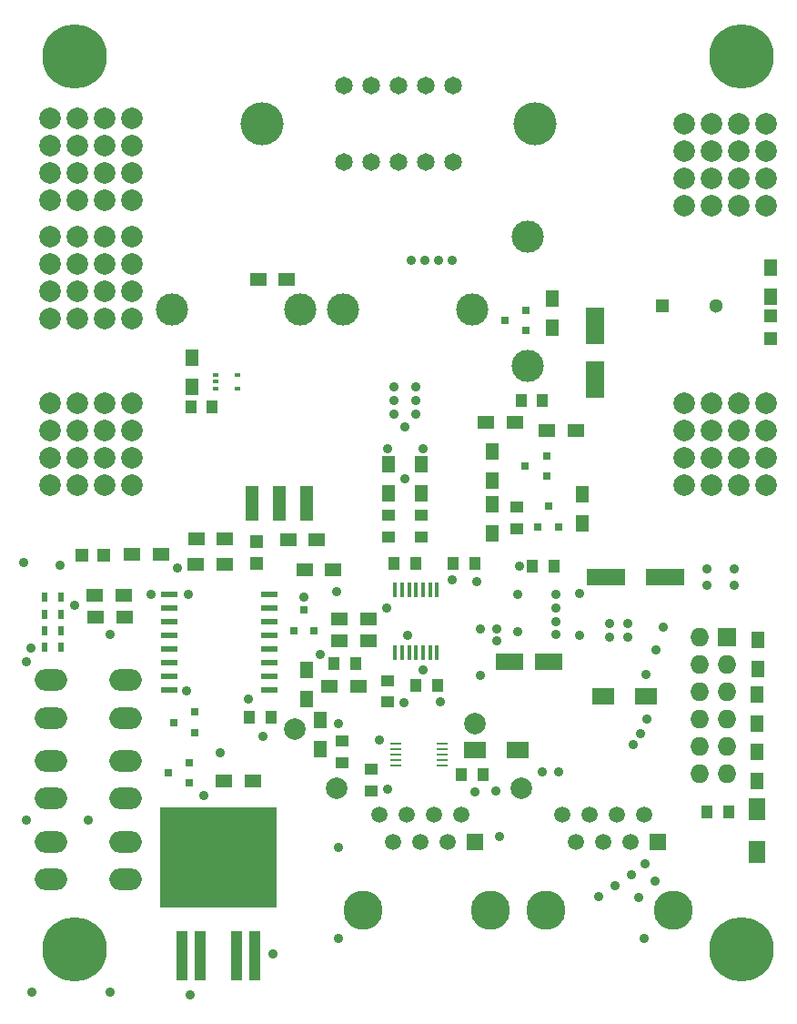
<source format=gbs>
G04 #@! TF.FileFunction,Soldermask,Bot*
%FSLAX46Y46*%
G04 Gerber Fmt 4.6, Leading zero omitted, Abs format (unit mm)*
G04 Created by KiCad (PCBNEW 4.0.2-4+6225~38~ubuntu15.04.1-stable) date Sa 02 Apr 2016 14:44:10 CEST*
%MOMM*%
G01*
G04 APERTURE LIST*
%ADD10C,0.150000*%
%ADD11R,1.500000X1.300000*%
%ADD12C,3.000000*%
%ADD13R,0.800100X0.800100*%
%ADD14C,4.000000*%
%ADD15R,0.450000X1.450000*%
%ADD16R,1.300000X1.500000*%
%ADD17R,1.300000X1.300000*%
%ADD18C,1.300000*%
%ADD19R,1.250000X1.000000*%
%ADD20C,6.000000*%
%ADD21R,1.000000X1.250000*%
%ADD22R,2.600960X1.600200*%
%ADD23C,3.649980*%
%ADD24R,1.501140X1.501140*%
%ADD25C,1.501140*%
%ADD26R,1.100000X0.250000*%
%ADD27C,1.651000*%
%ADD28R,1.500000X0.600000*%
%ADD29R,1.727200X1.727200*%
%ADD30O,1.727200X1.727200*%
%ADD31C,2.000000*%
%ADD32O,3.014980X2.000000*%
%ADD33R,0.500000X0.900000*%
%ADD34R,2.000000X1.600000*%
%ADD35R,3.599180X1.600200*%
%ADD36R,1.198880X1.198880*%
%ADD37R,1.270000X3.270000*%
%ADD38R,1.100000X4.600000*%
%ADD39R,10.800000X9.400000*%
%ADD40R,1.600000X2.000000*%
%ADD41R,0.508000X0.304800*%
%ADD42R,1.800860X3.500120*%
%ADD43C,0.889000*%
G04 APERTURE END LIST*
D10*
D11*
X27860000Y-54737000D03*
X30560000Y-54737000D03*
D12*
X27500000Y-30500000D03*
X15501220Y-30497040D03*
X48641000Y-35749000D03*
X48643960Y-23750220D03*
D13*
X17667760Y-67959000D03*
X17667760Y-69859000D03*
X15668780Y-68909000D03*
D14*
X23900000Y-13210000D03*
X49300000Y-13210000D03*
D15*
X40201000Y-62447500D03*
X39551000Y-62447500D03*
X38901000Y-62447500D03*
X38251000Y-62447500D03*
X37601000Y-62447500D03*
X36951000Y-62447500D03*
X36301000Y-62447500D03*
X36301000Y-56547500D03*
X36951000Y-56547500D03*
X37601000Y-56547500D03*
X38251000Y-56547500D03*
X38901000Y-56547500D03*
X39551000Y-56547500D03*
X40201000Y-56547500D03*
D16*
X28086840Y-66716520D03*
X28086840Y-64016520D03*
D17*
X61200000Y-30200000D03*
D18*
X66200000Y-30200000D03*
D11*
X30176000Y-65524000D03*
X32876000Y-65524000D03*
D19*
X34060000Y-73253000D03*
X34060000Y-75253000D03*
D20*
X68500000Y-90000000D03*
D21*
X36235000Y-54100000D03*
X38235000Y-54100000D03*
D19*
X31393000Y-72649500D03*
X31393000Y-70649500D03*
D21*
X51068000Y-54348000D03*
X49068000Y-54348000D03*
X32653000Y-63446280D03*
X30653000Y-63446280D03*
X65324000Y-77208000D03*
X67324000Y-77208000D03*
D11*
X11032000Y-57098000D03*
X8332000Y-57098000D03*
D19*
X35590000Y-65032000D03*
X35590000Y-67032000D03*
D22*
X50550860Y-63250000D03*
X46949140Y-63250000D03*
D23*
X50345480Y-86396000D03*
X62214900Y-86396000D03*
D24*
X60729000Y-80046000D03*
D25*
X59459000Y-77506000D03*
X58189000Y-80046000D03*
X56919000Y-77506000D03*
X55649000Y-80046000D03*
X54379000Y-77506000D03*
X53109000Y-80046000D03*
X51839000Y-77506000D03*
D23*
X33327480Y-86396000D03*
X45196900Y-86396000D03*
D24*
X43711000Y-80046000D03*
D25*
X42441000Y-77506000D03*
X41171000Y-80046000D03*
X39901000Y-77506000D03*
X38631000Y-80046000D03*
X37361000Y-77506000D03*
X36091000Y-80046000D03*
X34821000Y-77506000D03*
D20*
X6500000Y-7000000D03*
X68500000Y-7000000D03*
X6500000Y-90000000D03*
D13*
X17159760Y-72658000D03*
X17159760Y-74558000D03*
X15160780Y-73608000D03*
D16*
X70040000Y-61215000D03*
X70040000Y-63915000D03*
X69990000Y-66315000D03*
X69990000Y-69015000D03*
X69990000Y-71615000D03*
X69990000Y-74315000D03*
X29351760Y-68710440D03*
X29351760Y-71410440D03*
D11*
X26336000Y-51943000D03*
X29036000Y-51943000D03*
X23097000Y-74370000D03*
X20397000Y-74370000D03*
D26*
X36354000Y-72918000D03*
X36354000Y-72418000D03*
X36354000Y-71918000D03*
X36354000Y-71418000D03*
X36354000Y-70918000D03*
X40654000Y-70918000D03*
X40654000Y-71418000D03*
X40654000Y-71918000D03*
X40654000Y-72418000D03*
X40654000Y-72918000D03*
D27*
X41680000Y-16766000D03*
X31520000Y-16766000D03*
X36600000Y-16766000D03*
X34060000Y-16766000D03*
X39140000Y-16766000D03*
X31520000Y-9654000D03*
X41680000Y-9654000D03*
X36600000Y-9654000D03*
X39140000Y-9654000D03*
X34060000Y-9654000D03*
D28*
X15319000Y-65861000D03*
X15319000Y-64591000D03*
X15319000Y-63321000D03*
X15319000Y-62051000D03*
X15319000Y-60781000D03*
X15319000Y-59511000D03*
X15319000Y-58241000D03*
X15319000Y-56971000D03*
X24619000Y-56971000D03*
X24619000Y-58241000D03*
X24619000Y-59511000D03*
X24619000Y-60781000D03*
X24619000Y-62051000D03*
X24619000Y-63321000D03*
X24619000Y-64591000D03*
X24619000Y-65861000D03*
D29*
X67190000Y-61015000D03*
D30*
X64650000Y-61015000D03*
X67190000Y-63555000D03*
X64650000Y-63555000D03*
X67190000Y-66095000D03*
X64650000Y-66095000D03*
X67190000Y-68635000D03*
X64650000Y-68635000D03*
X67190000Y-71175000D03*
X64650000Y-71175000D03*
X67190000Y-73715000D03*
X64650000Y-73715000D03*
D21*
X38250000Y-65500000D03*
X40250000Y-65500000D03*
D16*
X35711000Y-44880000D03*
X35711000Y-47580000D03*
X38759000Y-47580000D03*
X38759000Y-44880000D03*
D31*
X9270000Y-23690000D03*
X6730000Y-23690000D03*
X4190000Y-23690000D03*
X4190000Y-26230000D03*
X4190000Y-28770000D03*
X9270000Y-31310000D03*
X6730000Y-31310000D03*
X4190000Y-31310000D03*
X11810000Y-31310000D03*
X11810000Y-23690000D03*
X11810000Y-26230000D03*
X9270000Y-26230000D03*
X6730000Y-26230000D03*
X11810000Y-28770000D03*
X9270000Y-28770000D03*
X6730000Y-28770000D03*
X9270000Y-39190000D03*
X6730000Y-39190000D03*
X4190000Y-39190000D03*
X4190000Y-41730000D03*
X4190000Y-44270000D03*
X9270000Y-46810000D03*
X6730000Y-46810000D03*
X4190000Y-46810000D03*
X11810000Y-46810000D03*
X11810000Y-39190000D03*
X11810000Y-41730000D03*
X9270000Y-41730000D03*
X6730000Y-41730000D03*
X11810000Y-44270000D03*
X9270000Y-44270000D03*
X6730000Y-44270000D03*
X9270000Y-12690000D03*
X6730000Y-12690000D03*
X4190000Y-12690000D03*
X4190000Y-15230000D03*
X4190000Y-17770000D03*
X9270000Y-20310000D03*
X6730000Y-20310000D03*
X4190000Y-20310000D03*
X11810000Y-20310000D03*
X11810000Y-12690000D03*
X11810000Y-15230000D03*
X9270000Y-15230000D03*
X6730000Y-15230000D03*
X11810000Y-17770000D03*
X9270000Y-17770000D03*
X6730000Y-17770000D03*
X65730000Y-20810000D03*
X68270000Y-20810000D03*
X70810000Y-20810000D03*
X70810000Y-18270000D03*
X70810000Y-15730000D03*
X65730000Y-13190000D03*
X68270000Y-13190000D03*
X70810000Y-13190000D03*
X63190000Y-13190000D03*
X63190000Y-20810000D03*
X63190000Y-18270000D03*
X65730000Y-18270000D03*
X68270000Y-18270000D03*
X63190000Y-15730000D03*
X65730000Y-15730000D03*
X68270000Y-15730000D03*
X65730000Y-46810000D03*
X68270000Y-46810000D03*
X70810000Y-46810000D03*
X70810000Y-44270000D03*
X70810000Y-41730000D03*
X65730000Y-39190000D03*
X68270000Y-39190000D03*
X70810000Y-39190000D03*
X63190000Y-39190000D03*
X63190000Y-46810000D03*
X63190000Y-44270000D03*
X65730000Y-44270000D03*
X68270000Y-44270000D03*
X63190000Y-41730000D03*
X65730000Y-41730000D03*
X68270000Y-41730000D03*
D19*
X35711000Y-49675000D03*
X35711000Y-51675000D03*
X38759000Y-51675000D03*
X38759000Y-49675000D03*
D11*
X11159000Y-59130000D03*
X8459000Y-59130000D03*
D32*
X4250000Y-72500000D03*
X4250000Y-76000000D03*
X11250000Y-76000000D03*
X11250000Y-72500000D03*
X4250000Y-65000000D03*
X4250000Y-68500000D03*
X11250000Y-68500000D03*
X11250000Y-65000000D03*
X4250000Y-80000000D03*
X4250000Y-83500000D03*
X11250000Y-83500000D03*
X11250000Y-80000000D03*
D33*
X3725000Y-60400000D03*
X5225000Y-60400000D03*
X5225000Y-58876000D03*
X3725000Y-58876000D03*
X3725000Y-57225000D03*
X5225000Y-57225000D03*
X3725000Y-61924000D03*
X5225000Y-61924000D03*
D21*
X24779000Y-68401000D03*
X22779000Y-68401000D03*
D16*
X45339000Y-43735000D03*
X45339000Y-46435000D03*
X45381700Y-48654600D03*
X45381700Y-51354600D03*
D11*
X31156440Y-59270520D03*
X33856440Y-59270520D03*
D13*
X28777760Y-60408440D03*
X26877760Y-60408440D03*
X27827760Y-58409460D03*
X51513300Y-50751360D03*
X49613300Y-50751360D03*
X50563300Y-48752380D03*
X50421060Y-44088900D03*
X50421060Y-45988900D03*
X48422080Y-45038900D03*
D16*
X53687500Y-50364000D03*
X53687500Y-47664000D03*
D11*
X50394400Y-41762300D03*
X53094400Y-41762300D03*
D19*
X47604200Y-48877600D03*
X47604200Y-50877600D03*
D21*
X43702000Y-54094000D03*
X41702000Y-54094000D03*
D11*
X47451000Y-41021000D03*
X44751000Y-41021000D03*
D34*
X55688000Y-66496000D03*
X59688000Y-66496000D03*
D35*
X55953180Y-55364000D03*
X61454820Y-55364000D03*
D36*
X71246520Y-31129860D03*
X71246520Y-33227900D03*
X9232420Y-53342160D03*
X7134380Y-53342160D03*
X23377680Y-52049300D03*
X23377680Y-54147340D03*
D37*
X23017000Y-48531400D03*
X25557000Y-48531400D03*
X28097000Y-48531400D03*
D16*
X71292240Y-26617560D03*
X71292240Y-29317560D03*
D11*
X14532120Y-53296440D03*
X11832120Y-53296440D03*
X17745240Y-54180360D03*
X20445240Y-54180360D03*
X17790960Y-51863880D03*
X20490960Y-51863880D03*
D38*
X16442000Y-90626000D03*
X18142000Y-90626000D03*
X21542000Y-90626000D03*
D39*
X19842000Y-81476000D03*
D38*
X23242000Y-90626000D03*
D11*
X31105640Y-61338080D03*
X33805640Y-61338080D03*
D34*
X43750000Y-71500000D03*
X47750000Y-71500000D03*
D21*
X42500000Y-73750000D03*
X44500000Y-73750000D03*
D40*
X70000000Y-81000000D03*
X70000000Y-77000000D03*
D16*
X17399000Y-37672000D03*
X17399000Y-34972000D03*
D13*
X48500760Y-30550000D03*
X48500760Y-32450000D03*
X46501780Y-31500000D03*
D16*
X50927000Y-32211000D03*
X50927000Y-29511000D03*
D41*
X19621500Y-37846000D03*
X19621500Y-36576000D03*
X21653500Y-37846000D03*
X19621500Y-37211000D03*
X21653500Y-36576000D03*
D11*
X26242000Y-27686000D03*
X23542000Y-27686000D03*
D21*
X17288000Y-39560500D03*
X19288000Y-39560500D03*
D12*
X31500000Y-30500000D03*
X43498780Y-30502960D03*
D42*
X54894000Y-32036640D03*
X54894000Y-37035360D03*
D21*
X50022000Y-38989000D03*
X48022000Y-38989000D03*
D43*
X47750000Y-60500000D03*
X47750000Y-57000000D03*
D31*
X26948000Y-69554000D03*
X43712000Y-69046000D03*
D43*
X51250000Y-60750000D03*
X51250000Y-59500000D03*
X51250000Y-58250000D03*
X51250000Y-57000000D03*
X59586000Y-82078000D03*
X58316000Y-83094000D03*
X56792000Y-84110000D03*
X55268000Y-85126000D03*
X53467000Y-56896000D03*
X53467000Y-60833000D03*
D31*
X30885000Y-75015000D03*
X48030000Y-75015000D03*
D43*
X58000000Y-61000000D03*
X56250000Y-59750000D03*
X56250000Y-61000000D03*
X58000000Y-59750000D03*
X35584000Y-43436000D03*
X13589000Y-56959500D03*
X17081500Y-57023000D03*
X16065500Y-54546500D03*
X22636000Y-66750000D03*
X24000000Y-70250000D03*
X17250000Y-94250000D03*
X2000000Y-78000000D03*
X9750000Y-60750000D03*
X1750000Y-54000000D03*
X2000000Y-63250000D03*
X2500000Y-94000000D03*
X9750000Y-94000000D03*
X18500000Y-75750000D03*
X20000000Y-71750000D03*
X7750000Y-78000000D03*
X50000000Y-73530000D03*
X43750000Y-75360000D03*
X45640000Y-75310000D03*
X45750000Y-61333000D03*
X44226000Y-64508000D03*
X44250000Y-60250000D03*
X45750000Y-60250000D03*
X51500000Y-73500000D03*
X31000000Y-89000000D03*
X59500000Y-89000000D03*
X31000000Y-80500000D03*
X46000000Y-79500000D03*
X65308000Y-56126000D03*
X67848000Y-56126000D03*
X67848000Y-54602000D03*
X65308000Y-54602000D03*
X30891000Y-56761000D03*
X38886000Y-43436000D03*
X27813000Y-57213500D03*
X29321280Y-62567440D03*
X5145560Y-54287040D03*
X24932160Y-90421080D03*
X2392200Y-61968000D03*
X6512080Y-57995440D03*
X58958000Y-85209000D03*
X60482000Y-83685000D03*
X47909000Y-54348000D03*
X34885500Y-70570000D03*
X59681900Y-64438600D03*
X60621700Y-62152600D03*
X61269400Y-60082500D03*
X58450000Y-70985000D03*
X59161200Y-69975800D03*
X59770800Y-68591500D03*
X16921000Y-65988000D03*
X35647500Y-75142000D03*
X31012000Y-69046000D03*
X37846000Y-25908000D03*
X39116000Y-25908000D03*
X40386000Y-25908000D03*
X41656000Y-25908000D03*
X35500000Y-58250000D03*
X40500000Y-67000000D03*
X41656000Y-55626000D03*
X43878500Y-55816500D03*
X37465000Y-60833000D03*
X37235000Y-41404000D03*
X36195000Y-40251000D03*
X36195000Y-38981000D03*
X36195000Y-37711000D03*
X38227000Y-37711000D03*
X38227000Y-38981000D03*
X38227000Y-40251000D03*
X37235000Y-46230000D03*
X38892000Y-64000000D03*
X37114000Y-67048000D03*
M02*

</source>
